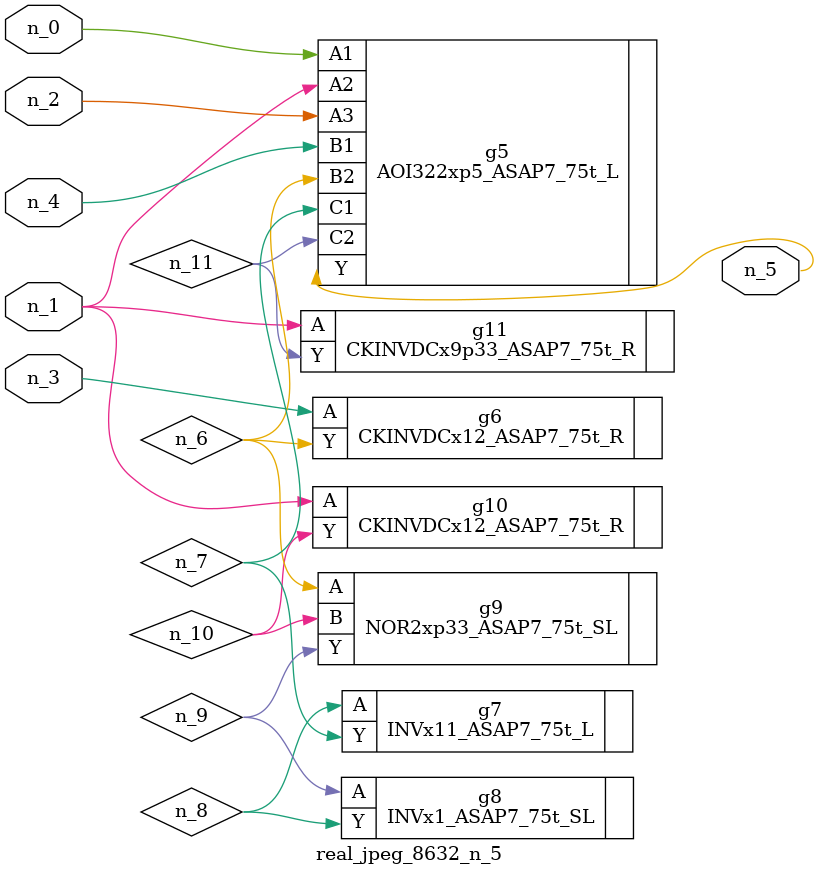
<source format=v>
module real_jpeg_8632_n_5 (n_4, n_0, n_1, n_2, n_3, n_5);

input n_4;
input n_0;
input n_1;
input n_2;
input n_3;

output n_5;

wire n_8;
wire n_11;
wire n_6;
wire n_7;
wire n_10;
wire n_9;

AOI322xp5_ASAP7_75t_L g5 ( 
.A1(n_0),
.A2(n_1),
.A3(n_2),
.B1(n_4),
.B2(n_6),
.C1(n_7),
.C2(n_11),
.Y(n_5)
);

CKINVDCx12_ASAP7_75t_R g10 ( 
.A(n_1),
.Y(n_10)
);

CKINVDCx9p33_ASAP7_75t_R g11 ( 
.A(n_1),
.Y(n_11)
);

CKINVDCx12_ASAP7_75t_R g6 ( 
.A(n_3),
.Y(n_6)
);

NOR2xp33_ASAP7_75t_SL g9 ( 
.A(n_6),
.B(n_10),
.Y(n_9)
);

INVx11_ASAP7_75t_L g7 ( 
.A(n_8),
.Y(n_7)
);

INVx1_ASAP7_75t_SL g8 ( 
.A(n_9),
.Y(n_8)
);


endmodule
</source>
